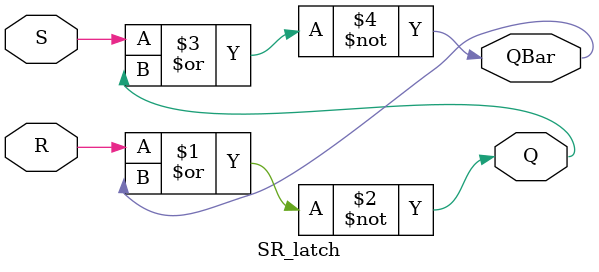
<source format=v>
`timescale 1ns / 1ps


module SR_latch(
    input S,
    input R,
    output Q,
    output QBar
    );
    nor #1 N1(Q, R, QBar);
    nor #1 N2(QBar, S, Q);
endmodule

</source>
